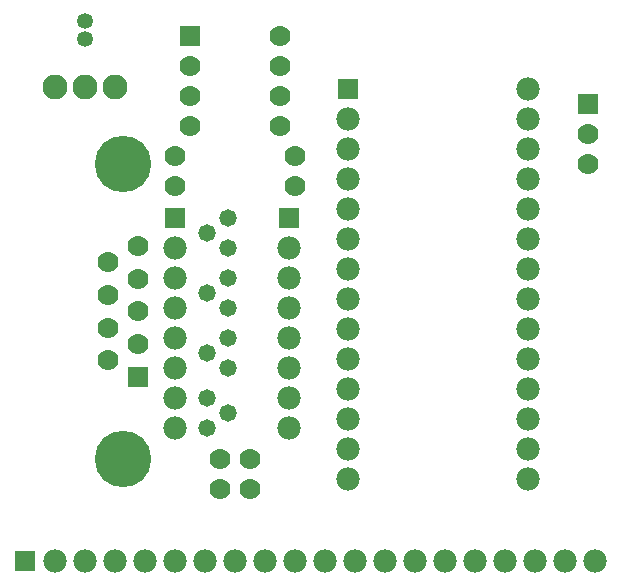
<source format=gts>
*%FSLAX24Y24*%
*%MOIN*%
G01*
%ADD11C,0.0010*%
%ADD12C,0.0050*%
%ADD13C,0.0060*%
%ADD14C,0.0072*%
%ADD15C,0.0073*%
%ADD16C,0.0080*%
%ADD17C,0.0100*%
%ADD18C,0.0120*%
%ADD19C,0.0260*%
%ADD20C,0.0300*%
%ADD21C,0.0350*%
%ADD22C,0.0380*%
%ADD23C,0.0450*%
%ADD24C,0.0500*%
%ADD25C,0.0530*%
%ADD26C,0.0550*%
%ADD27C,0.0580*%
%ADD28C,0.0620*%
%ADD29C,0.0660*%
%ADD30C,0.0700*%
%ADD31C,0.0750*%
%ADD32C,0.0780*%
%ADD33C,0.0830*%
%ADD34C,0.0950*%
%ADD35C,0.1400*%
%ADD36C,0.1800*%
%ADD37C,0.1880*%
%ADD38R,0.0620X0.0620*%
%ADD39R,0.0700X0.0700*%
G54D25*
X91080Y88720D02*
D03*
Y89320D02*
D03*
G54D27*
X95130Y80270D02*
D03*
X95830Y80770D02*
D03*
X95130Y82270D02*
D03*
X95830Y81770D02*
D03*
Y82770D02*
D03*
Y76270D02*
D03*
X95130Y75770D02*
D03*
Y78270D02*
D03*
X95830Y77770D02*
D03*
Y78770D02*
D03*
X95130Y76770D02*
D03*
X95830Y79770D02*
D03*
G54D30*
X94080Y84820D02*
D03*
X98080D02*
D03*
X92830Y78560D02*
D03*
Y79650D02*
D03*
Y80740D02*
D03*
Y81830D02*
D03*
X91830Y78020D02*
D03*
Y79110D02*
D03*
Y80200D02*
D03*
Y81290D02*
D03*
X107830Y84570D02*
D03*
X98080Y83820D02*
D03*
X94080D02*
D03*
X96580Y74720D02*
D03*
X95580Y73720D02*
D03*
Y74720D02*
D03*
X96580Y73720D02*
D03*
X107830Y85570D02*
D03*
X94580Y87820D02*
D03*
Y86820D02*
D03*
Y85820D02*
D03*
X97580D02*
D03*
Y86820D02*
D03*
Y87820D02*
D03*
Y88820D02*
D03*
G54D32*
X105830Y87070D02*
D03*
Y86070D02*
D03*
Y85070D02*
D03*
Y84070D02*
D03*
Y83070D02*
D03*
Y82070D02*
D03*
Y81070D02*
D03*
Y80070D02*
D03*
Y79070D02*
D03*
Y78070D02*
D03*
Y77070D02*
D03*
Y76070D02*
D03*
Y75070D02*
D03*
Y74070D02*
D03*
X99830D02*
D03*
Y75070D02*
D03*
Y76070D02*
D03*
Y77070D02*
D03*
Y78070D02*
D03*
Y79070D02*
D03*
Y80070D02*
D03*
Y81070D02*
D03*
Y82070D02*
D03*
Y83070D02*
D03*
Y85070D02*
D03*
Y86070D02*
D03*
X97880Y81770D02*
D03*
Y80770D02*
D03*
Y79770D02*
D03*
Y78770D02*
D03*
Y77770D02*
D03*
Y76770D02*
D03*
Y75770D02*
D03*
X94080Y81770D02*
D03*
Y80770D02*
D03*
Y77770D02*
D03*
Y76770D02*
D03*
Y75770D02*
D03*
Y78770D02*
D03*
Y79770D02*
D03*
X99830Y84070D02*
D03*
X90080Y71320D02*
D03*
X91080D02*
D03*
X92080D02*
D03*
X93080D02*
D03*
X94080D02*
D03*
X95080D02*
D03*
X96080D02*
D03*
X97080D02*
D03*
X98080D02*
D03*
X99080D02*
D03*
X100080D02*
D03*
X101080D02*
D03*
X102080D02*
D03*
X103080D02*
D03*
X104080D02*
D03*
X105080D02*
D03*
X106080D02*
D03*
X107080D02*
D03*
X108080D02*
D03*
G54D33*
X92080Y87120D02*
D03*
X90080D02*
D03*
X91080D02*
D03*
G54D37*
X92330Y74720D02*
D03*
Y84580D02*
D03*
G54D39*
X99830Y87070D02*
D03*
X92830Y77470D02*
D03*
X107830Y86570D02*
D03*
X97880Y82770D02*
D03*
X94080D02*
D03*
X94580Y88820D02*
D03*
X89080Y71320D02*
D03*
M02*

</source>
